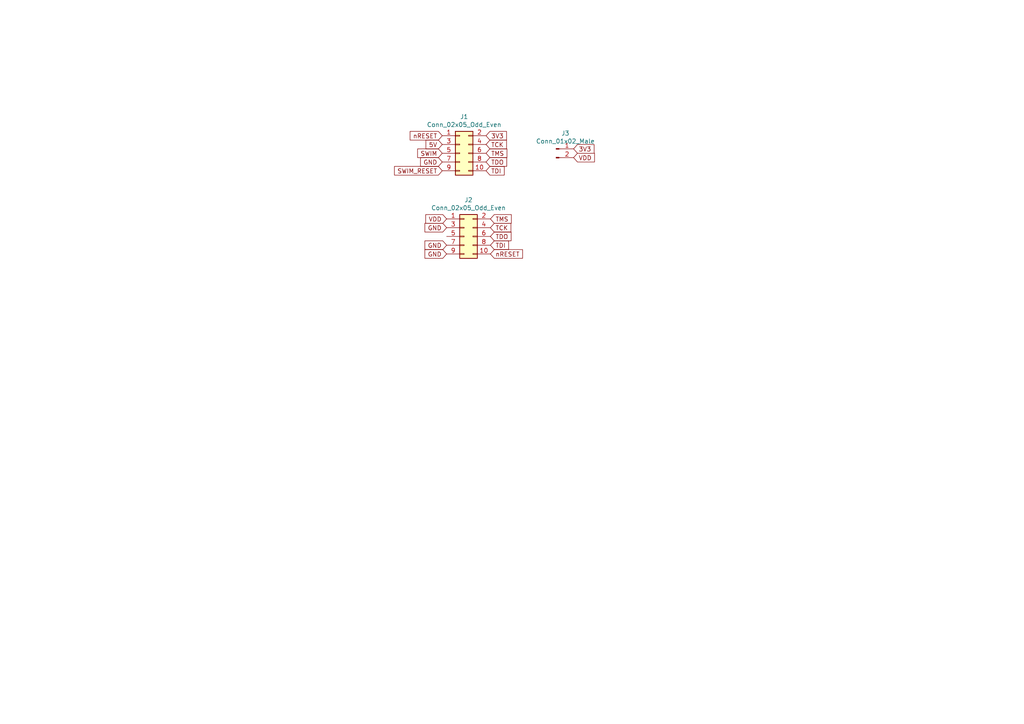
<source format=kicad_sch>
(kicad_sch (version 20211123) (generator eeschema)
  (paper "A4")
  (lib_symbols
    (symbol "Connector:Conn_01x02_Male" (pin_names (offset 1.016) hide)
      (property "Reference" "J" (at 0 2.54 0))
      (property "Value" "Conn_01x02_Male" (at 0 -5.08 0))
      (symbol "Conn_01x02_Male_1_1"
        (polyline (pts (xy 1.27 -2.54) (xy 0.8636 -2.54)) (stroke (width 0.1524)))
        (polyline (pts (xy 1.27 0) (xy 0.8636 0)) (stroke (width 0.1524)))
        (rectangle (start 0.8636 -2.413) (end 0 -2.667) (stroke (width 0.1524)) (fill (type outline)))
        (rectangle (start 0.8636 0.127) (end 0 -0.127) (stroke (width 0.1524)) (fill (type outline)))
        (pin passive line (at 5.08 0 180) (length 3.81) (name "Pin_1") (number "1"))
        (pin passive line (at 5.08 -2.54 180) (length 3.81) (name "Pin_2") (number "2"))
      )
    )
    (symbol "Connector_Generic:Conn_02x05_Odd_Even" (pin_names (offset 1.016) hide)
      (property "Reference" "J" (at 1.27 7.62 0))
      (property "Value" "Conn_02x05_Odd_Even" (at 1.27 -7.62 0))
      (symbol "Conn_02x05_Odd_Even_1_1"
        (rectangle (start -1.27 -4.953) (end 0 -5.207) (stroke (width 0.1524)))
        (rectangle (start -1.27 -2.413) (end 0 -2.667) (stroke (width 0.1524)))
        (rectangle (start -1.27 0.127) (end 0 -0.127) (stroke (width 0.1524)))
        (rectangle (start -1.27 2.667) (end 0 2.413) (stroke (width 0.1524)))
        (rectangle (start -1.27 5.207) (end 0 4.953) (stroke (width 0.1524)))
        (rectangle (start -1.27 6.35) (end 3.81 -6.35) (stroke (width 0.254)) (fill (type background)))
        (rectangle (start 3.81 -4.953) (end 2.54 -5.207) (stroke (width 0.1524)))
        (rectangle (start 3.81 -2.413) (end 2.54 -2.667) (stroke (width 0.1524)))
        (rectangle (start 3.81 0.127) (end 2.54 -0.127) (stroke (width 0.1524)))
        (rectangle (start 3.81 2.667) (end 2.54 2.413) (stroke (width 0.1524)))
        (rectangle (start 3.81 5.207) (end 2.54 4.953) (stroke (width 0.1524)))
        (pin passive line (at -5.08 5.08 0) (length 3.81) (name "Pin_1") (number "1"))
        (pin passive line (at 7.62 -5.08 180) (length 3.81) (name "Pin_10") (number "10"))
        (pin passive line (at 7.62 5.08 180) (length 3.81) (name "Pin_2") (number "2"))
        (pin passive line (at -5.08 2.54 0) (length 3.81) (name "Pin_3") (number "3"))
        (pin passive line (at 7.62 2.54 180) (length 3.81) (name "Pin_4") (number "4"))
        (pin passive line (at -5.08 0 0) (length 3.81) (name "Pin_5") (number "5"))
        (pin passive line (at 7.62 0 180) (length 3.81) (name "Pin_6") (number "6"))
        (pin passive line (at -5.08 -2.54 0) (length 3.81) (name "Pin_7") (number "7"))
        (pin passive line (at 7.62 -2.54 180) (length 3.81) (name "Pin_8") (number "8"))
        (pin passive line (at -5.08 -5.08 0) (length 3.81) (name "Pin_9") (number "9"))
      )
    )
  )
  (global_label "TCK" (shape input) (at 140.97 41.91 0) (property "Intersheet-verwijzingen" "${INTERSHEET_REFS}" (effects hide)))
  (global_label "GND" (shape input) (at 129.54 66.04 180) (property "Intersheet-verwijzingen" "${INTERSHEET_REFS}" (effects hide)))
  (global_label "TMS" (shape input) (at 140.97 44.45 0) (property "Intersheet-verwijzingen" "${INTERSHEET_REFS}" (effects hide)))
  (global_label "TDI" (shape input) (at 140.97 49.53 0) (property "Intersheet-verwijzingen" "${INTERSHEET_REFS}" (effects hide)))
  (global_label "GND" (shape input) (at 129.54 73.66 180) (property "Intersheet-verwijzingen" "${INTERSHEET_REFS}" (effects hide)))
  (global_label "TDI" (shape input) (at 142.24 71.12 0) (property "Intersheet-verwijzingen" "${INTERSHEET_REFS}" (effects hide)))
  (global_label "nRESET" (shape input) (at 142.24 73.66 0) (property "Intersheet-verwijzingen" "${INTERSHEET_REFS}" (effects hide)))
  (global_label "3V3" (shape input) (at 166.37 43.18 0) (property "Intersheet-verwijzingen" "${INTERSHEET_REFS}" (effects hide)))
  (global_label "TMS" (shape input) (at 142.24 63.5 0) (property "Intersheet-verwijzingen" "${INTERSHEET_REFS}" (effects hide)))
  (global_label "VDD" (shape input) (at 129.54 63.5 180) (property "Intersheet-verwijzingen" "${INTERSHEET_REFS}" (effects hide)))
  (global_label "5V" (shape input) (at 128.27 41.91 180) (property "Intersheet-verwijzingen" "${INTERSHEET_REFS}" (effects hide)))
  (global_label "TDO" (shape input) (at 140.97 46.99 0) (property "Intersheet-verwijzingen" "${INTERSHEET_REFS}" (effects hide)))
  (global_label "SWIM_RESET" (shape input) (at 128.27 49.53 180) (property "Intersheet-verwijzingen" "${INTERSHEET_REFS}" (effects hide)))
  (global_label "SWIM" (shape input) (at 128.27 44.45 180) (property "Intersheet-verwijzingen" "${INTERSHEET_REFS}" (effects hide)))
  (global_label "VDD" (shape input) (at 166.37 45.72 0) (property "Intersheet-verwijzingen" "${INTERSHEET_REFS}" (effects hide)))
  (global_label "GND" (shape input) (at 128.27 46.99 180) (property "Intersheet-verwijzingen" "${INTERSHEET_REFS}" (effects hide)))
  (global_label "nRESET" (shape input) (at 128.27 39.37 180) (property "Intersheet-verwijzingen" "${INTERSHEET_REFS}" (effects hide)))
  (global_label "TDO" (shape input) (at 142.24 68.58 0) (property "Intersheet-verwijzingen" "${INTERSHEET_REFS}" (effects hide)))
  (global_label "3V3" (shape input) (at 140.97 39.37 0) (property "Intersheet-verwijzingen" "${INTERSHEET_REFS}" (effects hide)))
  (global_label "GND" (shape input) (at 129.54 71.12 180) (property "Intersheet-verwijzingen" "${INTERSHEET_REFS}" (effects hide)))
  (global_label "TCK" (shape input) (at 142.24 66.04 0) (property "Intersheet-verwijzingen" "${INTERSHEET_REFS}" (effects hide)))
  (symbol (lib_id "Connector_Generic:Conn_02x05_Odd_Even") (at 133.35 44.45 0) (unit 1)
    (property "Reference" "J1" (at 134.62 33.8582 0))
    (property "Value" "Conn_02x05_Odd_Even" (at 134.62 36.1696 0))
    (property "Footprint" "Connector_PinSocket_2.54mm:PinSocket_2x05_P2.54mm_Horizontal" (effects hide))
  )
  (symbol (lib_id "Connector:Conn_01x02_Male") (at 161.29 43.18 0) (unit 1)
    (property "Reference" "J3" (at 163.9824 38.6588 0))
    (property "Value" "Conn_01x02_Male" (at 163.9824 40.9702 0))
    (property "Footprint" "Connector_PinHeader_2.54mm:PinHeader_1x02_P2.54mm_Vertical" (effects hide))
  )
  (symbol (lib_id "Connector_Generic:Conn_02x05_Odd_Even") (at 134.62 68.58 0) (unit 1)
    (property "Reference" "J2" (at 135.89 57.9882 0))
    (property "Value" "Conn_02x05_Odd_Even" (at 135.89 60.2996 0))
    (property "Footprint" "Connector_PinHeader_1.27mm:PinHeader_2x05_P1.27mm_Vertical" (effects hide))
  )
)
</source>
